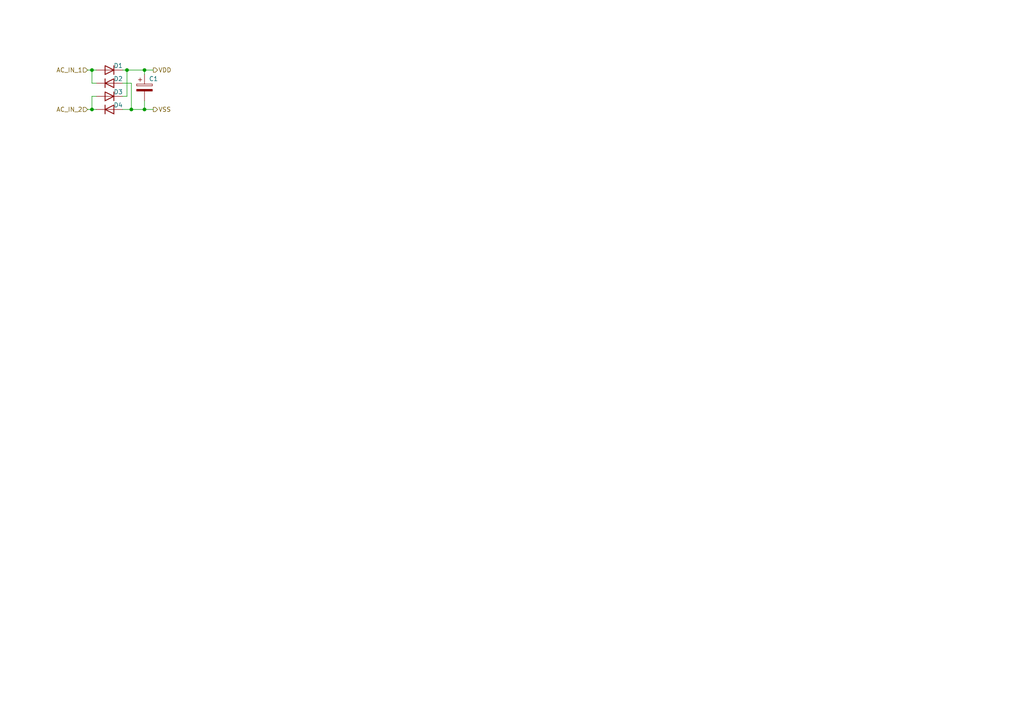
<source format=kicad_sch>
(kicad_sch (version 20211123) (generator eeschema)
  (paper "A4")
  (lib_symbols
    (symbol "Device:C_Polarized" (pin_numbers hide) (pin_names (offset 0.254))
      (property "Reference" "C" (at 0.635 2.54 0))
      (property "Value" "C_Polarized" (at 0.635 -2.54 0))
      (symbol "C_Polarized_0_1"
        (rectangle (start -2.286 0.508) (end 2.286 1.016))
        (polyline (pts (xy -1.778 2.286) (xy -0.762 2.286)))
        (polyline (pts (xy -1.27 2.794) (xy -1.27 1.778)))
        (rectangle (start 2.286 -0.508) (end -2.286 -1.016) (fill (type outline)))
      )
      (symbol "C_Polarized_1_1"
        (pin passive line (at 0 3.81 270) (length 2.794) (name "~") (number "1"))
        (pin passive line (at 0 -3.81 90) (length 2.794) (name "~") (number "2"))
      )
    )
    (symbol "Device:D" (pin_numbers hide) (pin_names (offset 1.016) hide)
      (property "Reference" "D" (at 0 2.54 0))
      (property "Value" "D" (at 0 -2.54 0))
      (symbol "D_0_1"
        (polyline (pts (xy -1.27 1.27) (xy -1.27 -1.27)) (stroke (width 0.254)))
        (polyline (pts (xy 1.27 0) (xy -1.27 0)))
        (polyline (pts (xy 1.27 1.27) (xy 1.27 -1.27) (xy -1.27 0) (xy 1.27 1.27)) (stroke (width 0.254)))
      )
      (symbol "D_1_1"
        (pin passive line (at -3.81 0 0) (length 2.54) (name "K") (number "1"))
        (pin passive line (at 3.81 0 180) (length 2.54) (name "A") (number "2"))
      )
    )
  )
  (junction (at 36.83 20.32))
  (junction (at 38.1 31.75))
  (junction (at 41.91 20.32))
  (junction (at 26.67 31.75))
  (junction (at 41.91 31.75))
  (junction (at 26.67 20.32))
  (wire (pts (xy 25.4 31.75) (xy 26.67 31.75)))
  (wire (pts (xy 26.67 20.32) (xy 27.94 20.32)))
  (wire (pts (xy 26.67 20.32) (xy 25.4 20.32)))
  (wire (pts (xy 41.91 31.75) (xy 44.45 31.75)))
  (wire (pts (xy 26.67 27.94) (xy 27.94 27.94)))
  (wire (pts (xy 41.91 29.21) (xy 41.91 31.75)))
  (wire (pts (xy 26.67 31.75) (xy 27.94 31.75)))
  (wire (pts (xy 38.1 24.13) (xy 38.1 31.75)))
  (wire (pts (xy 35.56 31.75) (xy 38.1 31.75)))
  (wire (pts (xy 26.67 31.75) (xy 26.67 27.94)))
  (wire (pts (xy 36.83 20.32) (xy 36.83 27.94)))
  (wire (pts (xy 27.94 24.13) (xy 26.67 24.13)))
  (wire (pts (xy 35.56 24.13) (xy 38.1 24.13)))
  (wire (pts (xy 41.91 20.32) (xy 41.91 21.59)))
  (wire (pts (xy 26.67 24.13) (xy 26.67 20.32)))
  (wire (pts (xy 41.91 20.32) (xy 44.45 20.32)))
  (wire (pts (xy 36.83 27.94) (xy 35.56 27.94)))
  (wire (pts (xy 35.56 20.32) (xy 36.83 20.32)))
  (wire (pts (xy 36.83 20.32) (xy 41.91 20.32)))
  (wire (pts (xy 38.1 31.75) (xy 41.91 31.75)))
  (hierarchical_label "AC_IN_2" (shape input) (at 25.4 31.75 180))
  (hierarchical_label "VSS" (shape output) (at 44.45 31.75 0))
  (hierarchical_label "AC_IN_1" (shape input) (at 25.4 20.32 180))
  (hierarchical_label "VDD" (shape output) (at 44.45 20.32 0))
  (symbol (lib_id "Device:D") (at 31.75 31.75 0) (mirror x) (unit 1)
    (property "Reference" "D4" (at 34.29 30.48 0))
  )
  (symbol (lib_id "Device:C_Polarized") (at 41.91 25.4 0) (unit 1)
    (property "Reference" "C1" (at 43.18 22.86 0) (effects (justify left)))
  )
  (symbol (lib_id "Device:D") (at 31.75 20.32 180) (unit 1)
    (property "Reference" "D1" (at 34.29 19.05 0))
  )
  (symbol (lib_id "Device:D") (at 31.75 27.94 180) (unit 1)
    (property "Reference" "D3" (at 34.29 26.67 0))
  )
  (symbol (lib_id "Device:D") (at 31.75 24.13 0) (mirror x) (unit 1)
    (property "Reference" "D2" (at 34.29 22.86 0))
  )
)
</source>
